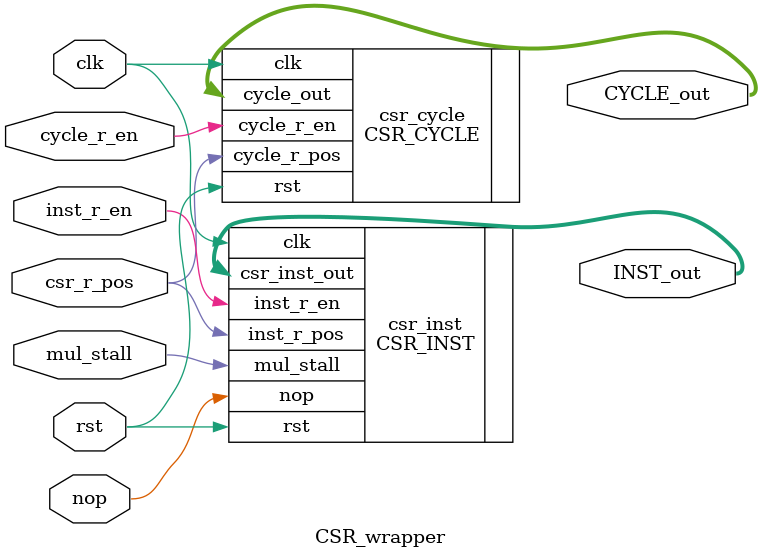
<source format=sv>
module CSR_wrapper (
    input                   clk,
    input                   rst,
    input                   nop,
    input                   mul_stall,
    input                   cycle_r_en,
    input                   inst_r_en,
    input                   csr_r_pos,
    output logic    [31:0]  CYCLE_out,
    output logic    [31:0]  INST_out
);

    CSR_CYCLE csr_cycle (
        .clk(clk),
        .rst(rst),
        .cycle_r_en(cycle_r_en),
        .cycle_r_pos(csr_r_pos),
        .cycle_out(CYCLE_out)
    );

    CSR_INST csr_inst (
        .clk(clk),
        .rst(rst),
        .nop(nop),
        .mul_stall(mul_stall),
        .inst_r_en(inst_r_en),
        .inst_r_pos(csr_r_pos),
        .csr_inst_out(INST_out)
    );
 
endmodule
</source>
